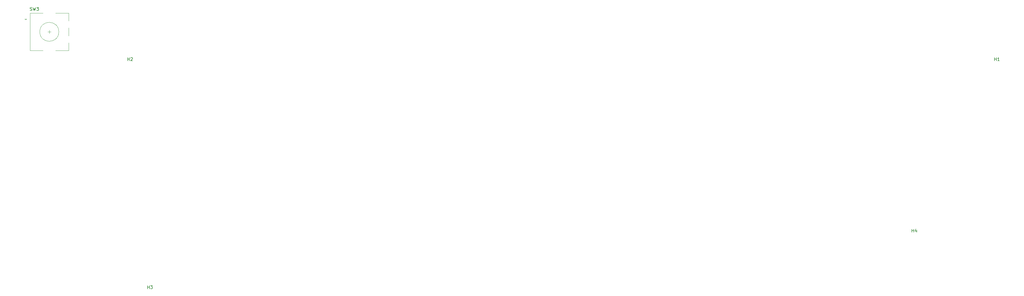
<source format=gbr>
%TF.GenerationSoftware,KiCad,Pcbnew,(6.0.11)*%
%TF.CreationDate,2023-03-01T00:12:33+07:00*%
%TF.ProjectId,Extero75,45787465-726f-4373-952e-6b696361645f,rev?*%
%TF.SameCoordinates,PX23b22f0PYc57ca40*%
%TF.FileFunction,Legend,Top*%
%TF.FilePolarity,Positive*%
%FSLAX46Y46*%
G04 Gerber Fmt 4.6, Leading zero omitted, Abs format (unit mm)*
G04 Created by KiCad (PCBNEW (6.0.11)) date 2023-03-01 00:12:33*
%MOMM*%
%LPD*%
G01*
G04 APERTURE LIST*
%ADD10C,0.150000*%
%ADD11C,0.120000*%
G04 APERTURE END LIST*
D10*
%TO.C,H3*%
X55068095Y42467620D02*
X55068095Y43467620D01*
X55068095Y42991429D02*
X55639523Y42991429D01*
X55639523Y42467620D02*
X55639523Y43467620D01*
X56020476Y43467620D02*
X56639523Y43467620D01*
X56306190Y43086667D01*
X56449047Y43086667D01*
X56544285Y43039048D01*
X56591904Y42991429D01*
X56639523Y42896191D01*
X56639523Y42658096D01*
X56591904Y42562858D01*
X56544285Y42515239D01*
X56449047Y42467620D01*
X56163333Y42467620D01*
X56068095Y42515239D01*
X56020476Y42562858D01*
%TO.C,H2*%
X48778095Y114647620D02*
X48778095Y115647620D01*
X48778095Y115171429D02*
X49349523Y115171429D01*
X49349523Y114647620D02*
X49349523Y115647620D01*
X49778095Y115552381D02*
X49825714Y115600000D01*
X49920952Y115647620D01*
X50159047Y115647620D01*
X50254285Y115600000D01*
X50301904Y115552381D01*
X50349523Y115457143D01*
X50349523Y115361905D01*
X50301904Y115219048D01*
X49730476Y114647620D01*
X50349523Y114647620D01*
%TO.C,SW3*%
X18031666Y130605239D02*
X18174523Y130557620D01*
X18412619Y130557620D01*
X18507857Y130605239D01*
X18555476Y130652858D01*
X18603095Y130748096D01*
X18603095Y130843334D01*
X18555476Y130938572D01*
X18507857Y130986191D01*
X18412619Y131033810D01*
X18222142Y131081429D01*
X18126904Y131129048D01*
X18079285Y131176667D01*
X18031666Y131271905D01*
X18031666Y131367143D01*
X18079285Y131462381D01*
X18126904Y131510000D01*
X18222142Y131557620D01*
X18460238Y131557620D01*
X18603095Y131510000D01*
X18936428Y131557620D02*
X19174523Y130557620D01*
X19365000Y131271905D01*
X19555476Y130557620D01*
X19793571Y131557620D01*
X20079285Y131557620D02*
X20698333Y131557620D01*
X20365000Y131176667D01*
X20507857Y131176667D01*
X20603095Y131129048D01*
X20650714Y131081429D01*
X20698333Y130986191D01*
X20698333Y130748096D01*
X20650714Y130652858D01*
X20603095Y130605239D01*
X20507857Y130557620D01*
X20222142Y130557620D01*
X20126904Y130605239D01*
X20079285Y130652858D01*
%TO.C,H4*%
X296318095Y60367620D02*
X296318095Y61367620D01*
X296318095Y60891429D02*
X296889523Y60891429D01*
X296889523Y60367620D02*
X296889523Y61367620D01*
X297794285Y61034286D02*
X297794285Y60367620D01*
X297556190Y61415239D02*
X297318095Y60700953D01*
X297937142Y60700953D01*
%TO.C,H1*%
X322358095Y114647620D02*
X322358095Y115647620D01*
X322358095Y115171429D02*
X322929523Y115171429D01*
X322929523Y114647620D02*
X322929523Y115647620D01*
X323929523Y114647620D02*
X323358095Y114647620D01*
X323643809Y114647620D02*
X323643809Y115647620D01*
X323548571Y115504762D01*
X323453333Y115409524D01*
X323358095Y115361905D01*
D11*
%TO.C,SW3*%
X23565000Y123810000D02*
X24565000Y123810000D01*
X30165000Y120310000D02*
X30165000Y117910000D01*
X17965000Y129710000D02*
X17965000Y117910000D01*
X30165000Y125110000D02*
X30165000Y122510000D01*
X24065000Y124310000D02*
X24065000Y123310000D01*
X16265000Y127910000D02*
X16865000Y127910000D01*
X16865000Y127910000D02*
X16565000Y127610000D01*
X22065000Y117910000D02*
X17965000Y117910000D01*
X30165000Y117910000D02*
X26065000Y117910000D01*
X30165000Y129710000D02*
X30165000Y127310000D01*
X22065000Y129710000D02*
X17965000Y129710000D01*
X16565000Y127610000D02*
X16265000Y127910000D01*
X26065000Y129710000D02*
X30165000Y129710000D01*
X27065000Y123810000D02*
G75*
G03*
X27065000Y123810000I-3000000J0D01*
G01*
%TD*%
M02*

</source>
